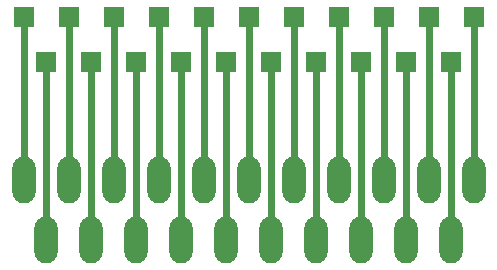
<source format=gtl>
G04 #@! TF.GenerationSoftware,KiCad,Pcbnew,(6.0.4)*
G04 #@! TF.CreationDate,2022-12-30T23:51:46-05:00*
G04 #@! TF.ProjectId,SCART TV side breakout,53434152-5420-4545-9620-736964652062,rev?*
G04 #@! TF.SameCoordinates,Original*
G04 #@! TF.FileFunction,Copper,L1,Top*
G04 #@! TF.FilePolarity,Positive*
%FSLAX46Y46*%
G04 Gerber Fmt 4.6, Leading zero omitted, Abs format (unit mm)*
G04 Created by KiCad (PCBNEW (6.0.4)) date 2022-12-30 23:51:46*
%MOMM*%
%LPD*%
G01*
G04 APERTURE LIST*
G04 #@! TA.AperFunction,ComponentPad*
%ADD10R,1.700000X1.700000*%
G04 #@! TD*
G04 #@! TA.AperFunction,ComponentPad*
%ADD11O,1.981200X3.962400*%
G04 #@! TD*
G04 #@! TA.AperFunction,Conductor*
%ADD12C,0.600000*%
G04 #@! TD*
G04 APERTURE END LIST*
D10*
X146685000Y-161925000D03*
X129540000Y-165735000D03*
X118110000Y-165735000D03*
X110490000Y-165735000D03*
X121920000Y-165735000D03*
X108585000Y-161925000D03*
X133350000Y-165735000D03*
X137160000Y-165735000D03*
X114300000Y-165735000D03*
X116205000Y-161925000D03*
X142875000Y-161925000D03*
X139065000Y-161925000D03*
X120015000Y-161925000D03*
X144780000Y-165735000D03*
D11*
X146685000Y-175768000D03*
X144780000Y-180848000D03*
X142875000Y-175768000D03*
X140970000Y-180848000D03*
X139065000Y-175768000D03*
X137160000Y-180848000D03*
X135255000Y-175768000D03*
X133350000Y-180848000D03*
X131445000Y-175768000D03*
X129540000Y-180848000D03*
X127635000Y-175768000D03*
X125730000Y-180848000D03*
X123825000Y-175768000D03*
X121920000Y-180848000D03*
X120015000Y-175768000D03*
X118110000Y-180848000D03*
X116205000Y-175768000D03*
X114300000Y-180848000D03*
X112395000Y-175768000D03*
X110490000Y-180848000D03*
X108585000Y-175768000D03*
D10*
X127635000Y-161925000D03*
X140970000Y-165735000D03*
X135255000Y-161925000D03*
X131445000Y-161925000D03*
X112395000Y-161925000D03*
X123825000Y-161925000D03*
X125730000Y-165735000D03*
D12*
X108585000Y-175768000D02*
X108585000Y-161925000D01*
X116205000Y-175768000D02*
X116205000Y-161925000D01*
X123825000Y-175768000D02*
X123825000Y-161925000D01*
X131445000Y-161925000D02*
X131445000Y-175768000D01*
X139065000Y-161925000D02*
X139065000Y-175768000D01*
X112395000Y-175768000D02*
X112395000Y-161925000D01*
X120015000Y-175768000D02*
X120015000Y-161925000D01*
X127635000Y-161925000D02*
X127635000Y-175768000D01*
X135255000Y-161925000D02*
X135255000Y-175768000D01*
X142875000Y-161925000D02*
X142875000Y-175768000D01*
X146685000Y-161925000D02*
X146685000Y-175768000D01*
X144780000Y-165735000D02*
X144780000Y-180848000D01*
X140970000Y-165735000D02*
X140970000Y-180848000D01*
X137160000Y-165735000D02*
X137160000Y-180848000D01*
X133350000Y-165735000D02*
X133350000Y-180848000D01*
X129540000Y-165735000D02*
X129540000Y-180848000D01*
X125730000Y-165735000D02*
X125730000Y-180848000D01*
X121920000Y-165735000D02*
X121920000Y-180848000D01*
X118110000Y-165735000D02*
X118110000Y-180848000D01*
X114300000Y-165735000D02*
X114300000Y-180848000D01*
X110490000Y-165735000D02*
X110490000Y-180848000D01*
M02*

</source>
